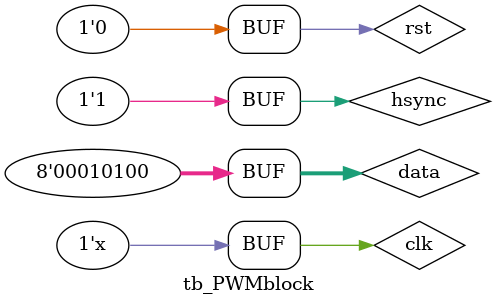
<source format=sv>
`include "./PWMblock.sv"
`include "./global_counter.sv"
`timescale 1ns/1ps
module tb_PWMblock();
reg rst;
reg clk;
reg hsync;
wire [7 : 0] counter;
reg [7:0]data;
wire out;

initial begin
    clk = 0;
    rst = 0;
  //  counter = 0;
    hsync = 0;
    #50 rst = 1;
    #10 data = 20;
    #2  rst <= 0;
    #3  hsync <= 1 ;
    #496 hsync <= 0;
        rst <= 1;
    #2  rst <=0;
    #2  hsync <= 1;
 //   #5  hsync= 0 ;
 //   #5  hsync = 1;
end
always #5 clk <= ~clk ;
global_counter counter_instance(.rst(rst),.clk(clk),.counter(counter));
PWMblock block_instance(.out(out),.rst(rst),.count(counter),.data(data),.hsync(hsync));

endmodule



</source>
